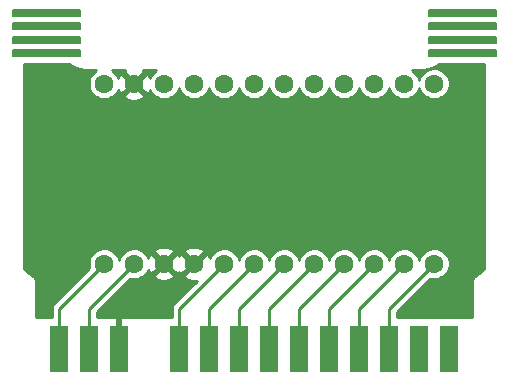
<source format=gbr>
G04 #@! TF.GenerationSoftware,KiCad,Pcbnew,(5.1.9-0-10_14)*
G04 #@! TF.CreationDate,2021-04-12T21:42:41-07:00*
G04 #@! TF.ProjectId,cart,63617274-2e6b-4696-9361-645f70636258,1.0-dev3*
G04 #@! TF.SameCoordinates,Original*
G04 #@! TF.FileFunction,Copper,L1,Top*
G04 #@! TF.FilePolarity,Positive*
%FSLAX46Y46*%
G04 Gerber Fmt 4.6, Leading zero omitted, Abs format (unit mm)*
G04 Created by KiCad (PCBNEW (5.1.9-0-10_14)) date 2021-04-12 21:42:41*
%MOMM*%
%LPD*%
G01*
G04 APERTURE LIST*
G04 #@! TA.AperFunction,NonConductor*
%ADD10C,0.200000*%
G04 #@! TD*
G04 #@! TA.AperFunction,ConnectorPad*
%ADD11R,1.600000X4.000000*%
G04 #@! TD*
G04 #@! TA.AperFunction,ComponentPad*
%ADD12C,1.600000*%
G04 #@! TD*
G04 #@! TA.AperFunction,ViaPad*
%ADD13C,0.600000*%
G04 #@! TD*
G04 #@! TA.AperFunction,Conductor*
%ADD14C,0.508000*%
G04 #@! TD*
G04 #@! TA.AperFunction,Conductor*
%ADD15C,0.254000*%
G04 #@! TD*
G04 #@! TA.AperFunction,Conductor*
%ADD16C,0.100000*%
G04 #@! TD*
G04 APERTURE END LIST*
D10*
G36*
X124968000Y-99532500D02*
G01*
X119316500Y-99532500D01*
X119316500Y-99024500D01*
X124968000Y-99024500D01*
X124968000Y-99532500D01*
G37*
X124968000Y-99532500D02*
X119316500Y-99532500D01*
X119316500Y-99024500D01*
X124968000Y-99024500D01*
X124968000Y-99532500D01*
G36*
X124968000Y-98389500D02*
G01*
X119316500Y-98389500D01*
X119316500Y-97881500D01*
X124968000Y-97881500D01*
X124968000Y-98389500D01*
G37*
X124968000Y-98389500D02*
X119316500Y-98389500D01*
X119316500Y-97881500D01*
X124968000Y-97881500D01*
X124968000Y-98389500D01*
G36*
X124968000Y-100675500D02*
G01*
X119316500Y-100675500D01*
X119316500Y-100167500D01*
X124968000Y-100167500D01*
X124968000Y-100675500D01*
G37*
X124968000Y-100675500D02*
X119316500Y-100675500D01*
X119316500Y-100167500D01*
X124968000Y-100167500D01*
X124968000Y-100675500D01*
G36*
X124968000Y-101818500D02*
G01*
X119316500Y-101818500D01*
X119316500Y-101310500D01*
X124968000Y-101310500D01*
X124968000Y-101818500D01*
G37*
X124968000Y-101818500D02*
X119316500Y-101818500D01*
X119316500Y-101310500D01*
X124968000Y-101310500D01*
X124968000Y-101818500D01*
G36*
X160147000Y-101818500D02*
G01*
X154495500Y-101818500D01*
X154495500Y-101310500D01*
X160147000Y-101310500D01*
X160147000Y-101818500D01*
G37*
X160147000Y-101818500D02*
X154495500Y-101818500D01*
X154495500Y-101310500D01*
X160147000Y-101310500D01*
X160147000Y-101818500D01*
G36*
X160147000Y-100675500D02*
G01*
X154495500Y-100675500D01*
X154495500Y-100167500D01*
X160147000Y-100167500D01*
X160147000Y-100675500D01*
G37*
X160147000Y-100675500D02*
X154495500Y-100675500D01*
X154495500Y-100167500D01*
X160147000Y-100167500D01*
X160147000Y-100675500D01*
G36*
X160147000Y-98389500D02*
G01*
X154495500Y-98389500D01*
X154495500Y-97881500D01*
X160147000Y-97881500D01*
X160147000Y-98389500D01*
G37*
X160147000Y-98389500D02*
X154495500Y-98389500D01*
X154495500Y-97881500D01*
X160147000Y-97881500D01*
X160147000Y-98389500D01*
G36*
X160147000Y-99532500D02*
G01*
X154495500Y-99532500D01*
X154495500Y-99024500D01*
X160147000Y-99024500D01*
X160147000Y-99532500D01*
G37*
X160147000Y-99532500D02*
X154495500Y-99532500D01*
X154495500Y-99024500D01*
X160147000Y-99024500D01*
X160147000Y-99532500D01*
D11*
X125730000Y-126619000D03*
X123190000Y-126619000D03*
X128270000Y-126619000D03*
X133350000Y-126619000D03*
X135890000Y-126619000D03*
X138430000Y-126619000D03*
X140970000Y-126619000D03*
X143510000Y-126619000D03*
X146050000Y-126619000D03*
X148590000Y-126619000D03*
X151130000Y-126619000D03*
X153670000Y-126619000D03*
X156210000Y-126619000D03*
D12*
X127000000Y-104140000D03*
X129540000Y-104140000D03*
X132080000Y-104140000D03*
X134620000Y-104140000D03*
X137160000Y-104140000D03*
X139700000Y-104140000D03*
X142240000Y-104140000D03*
X144780000Y-104140000D03*
X147320000Y-104140000D03*
X149860000Y-104140000D03*
X152400000Y-104140000D03*
X154940000Y-104140000D03*
X154940000Y-119380000D03*
X152400000Y-119380000D03*
X149860000Y-119380000D03*
X147320000Y-119380000D03*
X144780000Y-119380000D03*
X142240000Y-119380000D03*
X139700000Y-119380000D03*
X137160000Y-119380000D03*
X134620000Y-119380000D03*
X132080000Y-119380000D03*
X129540000Y-119380000D03*
X127000000Y-119380000D03*
D13*
X134620000Y-111760000D03*
X137160000Y-111760000D03*
X139700000Y-111760000D03*
X142240000Y-111760000D03*
X144780000Y-111760000D03*
X147320000Y-111760000D03*
X149860000Y-111760000D03*
X152400000Y-111760000D03*
X154940000Y-111760000D03*
X158115000Y-117475000D03*
X125095000Y-111760000D03*
D14*
X128270000Y-126619000D02*
X128270000Y-123190000D01*
D15*
X125730000Y-123190000D02*
X125730000Y-126619000D01*
X129540000Y-119380000D02*
X125730000Y-123190000D01*
X123190000Y-123190000D02*
X123190000Y-126619000D01*
X127000000Y-119380000D02*
X123190000Y-123190000D01*
X133350000Y-123190000D02*
X133350000Y-126619000D01*
X137160000Y-119380000D02*
X133350000Y-123190000D01*
X135890000Y-123190000D02*
X135890000Y-126619000D01*
X139700000Y-119380000D02*
X135890000Y-123190000D01*
X138430000Y-123190000D02*
X138430000Y-126619000D01*
X142240000Y-119380000D02*
X138430000Y-123190000D01*
X140970000Y-123190000D02*
X140970000Y-126619000D01*
X144780000Y-119380000D02*
X140970000Y-123190000D01*
X143510000Y-123190000D02*
X143510000Y-126619000D01*
X147320000Y-119380000D02*
X143510000Y-123190000D01*
X146050000Y-123190000D02*
X146050000Y-126619000D01*
X149860000Y-119380000D02*
X146050000Y-123190000D01*
X148590000Y-123190000D02*
X148590000Y-126619000D01*
X152400000Y-119380000D02*
X148590000Y-123190000D01*
X151130000Y-123190000D02*
X151130000Y-126619000D01*
X154940000Y-119380000D02*
X151130000Y-123190000D01*
X123940111Y-102436786D02*
X123985996Y-102467272D01*
X124031479Y-102498415D01*
X124038946Y-102502452D01*
X124476642Y-102735179D01*
X124527574Y-102756172D01*
X124578240Y-102777887D01*
X124586346Y-102780396D01*
X124586352Y-102780398D01*
X125060914Y-102923676D01*
X125114973Y-102934380D01*
X125168872Y-102945837D01*
X125177305Y-102946723D01*
X125177315Y-102946725D01*
X125177324Y-102946725D01*
X125670670Y-102995098D01*
X125670674Y-102995098D01*
X125700139Y-102998000D01*
X126354786Y-102998000D01*
X126166199Y-103124010D01*
X125984010Y-103306199D01*
X125840865Y-103520430D01*
X125742266Y-103758470D01*
X125692000Y-104011173D01*
X125692000Y-104268827D01*
X125742266Y-104521530D01*
X125840865Y-104759570D01*
X125984010Y-104973801D01*
X126166199Y-105155990D01*
X126380430Y-105299135D01*
X126618470Y-105397734D01*
X126871173Y-105448000D01*
X127128827Y-105448000D01*
X127381530Y-105397734D01*
X127619570Y-105299135D01*
X127833801Y-105155990D01*
X127857089Y-105132702D01*
X128726903Y-105132702D01*
X128798486Y-105376671D01*
X129053996Y-105497571D01*
X129328184Y-105566300D01*
X129610512Y-105580217D01*
X129890130Y-105538787D01*
X130156292Y-105443603D01*
X130281514Y-105376671D01*
X130353097Y-105132702D01*
X129540000Y-104319605D01*
X128726903Y-105132702D01*
X127857089Y-105132702D01*
X128015990Y-104973801D01*
X128159135Y-104759570D01*
X128201228Y-104657949D01*
X128236397Y-104756292D01*
X128303329Y-104881514D01*
X128547298Y-104953097D01*
X129360395Y-104140000D01*
X128547298Y-103326903D01*
X128303329Y-103398486D01*
X128199508Y-103617900D01*
X128159135Y-103520430D01*
X128015990Y-103306199D01*
X127833801Y-103124010D01*
X127645214Y-102998000D01*
X128770709Y-102998000D01*
X128726903Y-103147298D01*
X129540000Y-103960395D01*
X130353097Y-103147298D01*
X130309291Y-102998000D01*
X131434786Y-102998000D01*
X131246199Y-103124010D01*
X131064010Y-103306199D01*
X130920865Y-103520430D01*
X130878772Y-103622051D01*
X130843603Y-103523708D01*
X130776671Y-103398486D01*
X130532702Y-103326903D01*
X129719605Y-104140000D01*
X130532702Y-104953097D01*
X130776671Y-104881514D01*
X130880492Y-104662100D01*
X130920865Y-104759570D01*
X131064010Y-104973801D01*
X131246199Y-105155990D01*
X131460430Y-105299135D01*
X131698470Y-105397734D01*
X131951173Y-105448000D01*
X132208827Y-105448000D01*
X132461530Y-105397734D01*
X132699570Y-105299135D01*
X132913801Y-105155990D01*
X133095990Y-104973801D01*
X133239135Y-104759570D01*
X133337734Y-104521530D01*
X133350000Y-104459865D01*
X133362266Y-104521530D01*
X133460865Y-104759570D01*
X133604010Y-104973801D01*
X133786199Y-105155990D01*
X134000430Y-105299135D01*
X134238470Y-105397734D01*
X134491173Y-105448000D01*
X134748827Y-105448000D01*
X135001530Y-105397734D01*
X135239570Y-105299135D01*
X135453801Y-105155990D01*
X135635990Y-104973801D01*
X135779135Y-104759570D01*
X135877734Y-104521530D01*
X135890000Y-104459865D01*
X135902266Y-104521530D01*
X136000865Y-104759570D01*
X136144010Y-104973801D01*
X136326199Y-105155990D01*
X136540430Y-105299135D01*
X136778470Y-105397734D01*
X137031173Y-105448000D01*
X137288827Y-105448000D01*
X137541530Y-105397734D01*
X137779570Y-105299135D01*
X137993801Y-105155990D01*
X138175990Y-104973801D01*
X138319135Y-104759570D01*
X138417734Y-104521530D01*
X138430000Y-104459865D01*
X138442266Y-104521530D01*
X138540865Y-104759570D01*
X138684010Y-104973801D01*
X138866199Y-105155990D01*
X139080430Y-105299135D01*
X139318470Y-105397734D01*
X139571173Y-105448000D01*
X139828827Y-105448000D01*
X140081530Y-105397734D01*
X140319570Y-105299135D01*
X140533801Y-105155990D01*
X140715990Y-104973801D01*
X140859135Y-104759570D01*
X140957734Y-104521530D01*
X140970000Y-104459865D01*
X140982266Y-104521530D01*
X141080865Y-104759570D01*
X141224010Y-104973801D01*
X141406199Y-105155990D01*
X141620430Y-105299135D01*
X141858470Y-105397734D01*
X142111173Y-105448000D01*
X142368827Y-105448000D01*
X142621530Y-105397734D01*
X142859570Y-105299135D01*
X143073801Y-105155990D01*
X143255990Y-104973801D01*
X143399135Y-104759570D01*
X143497734Y-104521530D01*
X143510000Y-104459865D01*
X143522266Y-104521530D01*
X143620865Y-104759570D01*
X143764010Y-104973801D01*
X143946199Y-105155990D01*
X144160430Y-105299135D01*
X144398470Y-105397734D01*
X144651173Y-105448000D01*
X144908827Y-105448000D01*
X145161530Y-105397734D01*
X145399570Y-105299135D01*
X145613801Y-105155990D01*
X145795990Y-104973801D01*
X145939135Y-104759570D01*
X146037734Y-104521530D01*
X146050000Y-104459865D01*
X146062266Y-104521530D01*
X146160865Y-104759570D01*
X146304010Y-104973801D01*
X146486199Y-105155990D01*
X146700430Y-105299135D01*
X146938470Y-105397734D01*
X147191173Y-105448000D01*
X147448827Y-105448000D01*
X147701530Y-105397734D01*
X147939570Y-105299135D01*
X148153801Y-105155990D01*
X148335990Y-104973801D01*
X148479135Y-104759570D01*
X148577734Y-104521530D01*
X148590000Y-104459865D01*
X148602266Y-104521530D01*
X148700865Y-104759570D01*
X148844010Y-104973801D01*
X149026199Y-105155990D01*
X149240430Y-105299135D01*
X149478470Y-105397734D01*
X149731173Y-105448000D01*
X149988827Y-105448000D01*
X150241530Y-105397734D01*
X150479570Y-105299135D01*
X150693801Y-105155990D01*
X150875990Y-104973801D01*
X151019135Y-104759570D01*
X151117734Y-104521530D01*
X151130000Y-104459865D01*
X151142266Y-104521530D01*
X151240865Y-104759570D01*
X151384010Y-104973801D01*
X151566199Y-105155990D01*
X151780430Y-105299135D01*
X152018470Y-105397734D01*
X152271173Y-105448000D01*
X152528827Y-105448000D01*
X152781530Y-105397734D01*
X153019570Y-105299135D01*
X153233801Y-105155990D01*
X153415990Y-104973801D01*
X153559135Y-104759570D01*
X153657734Y-104521530D01*
X153670000Y-104459865D01*
X153682266Y-104521530D01*
X153780865Y-104759570D01*
X153924010Y-104973801D01*
X154106199Y-105155990D01*
X154320430Y-105299135D01*
X154558470Y-105397734D01*
X154811173Y-105448000D01*
X155068827Y-105448000D01*
X155321530Y-105397734D01*
X155559570Y-105299135D01*
X155773801Y-105155990D01*
X155955990Y-104973801D01*
X156099135Y-104759570D01*
X156197734Y-104521530D01*
X156248000Y-104268827D01*
X156248000Y-104011173D01*
X156197734Y-103758470D01*
X156099135Y-103520430D01*
X155955990Y-103306199D01*
X155773801Y-103124010D01*
X155559570Y-102980865D01*
X155321530Y-102882266D01*
X155068827Y-102832000D01*
X154811173Y-102832000D01*
X154558470Y-102882266D01*
X154320430Y-102980865D01*
X154106199Y-103124010D01*
X153924010Y-103306199D01*
X153780865Y-103520430D01*
X153682266Y-103758470D01*
X153670000Y-103820135D01*
X153657734Y-103758470D01*
X153559135Y-103520430D01*
X153415990Y-103306199D01*
X153233801Y-103124010D01*
X153045214Y-102998000D01*
X153699861Y-102998000D01*
X153701982Y-102997791D01*
X153709716Y-102997737D01*
X153737175Y-102994851D01*
X153764794Y-102994851D01*
X153773236Y-102993963D01*
X154265868Y-102938706D01*
X154319771Y-102927248D01*
X154373828Y-102916545D01*
X154381937Y-102914035D01*
X154854453Y-102764144D01*
X154905119Y-102742429D01*
X154956051Y-102721436D01*
X154963514Y-102717401D01*
X154963518Y-102717399D01*
X154963521Y-102717397D01*
X155397923Y-102478582D01*
X155443380Y-102447457D01*
X155474923Y-102426500D01*
X159142000Y-102426500D01*
X159142001Y-119840896D01*
X158420334Y-120390807D01*
X158410579Y-120396021D01*
X158372756Y-120427062D01*
X158357746Y-120438499D01*
X158349713Y-120445972D01*
X158317999Y-120471999D01*
X158305935Y-120486699D01*
X158292027Y-120499638D01*
X158268040Y-120532875D01*
X158242021Y-120564580D01*
X158233060Y-120581344D01*
X158221940Y-120596753D01*
X158204895Y-120634038D01*
X158185564Y-120670204D01*
X158180046Y-120688393D01*
X158172145Y-120705677D01*
X158162701Y-120745575D01*
X158150798Y-120784812D01*
X158148935Y-120803726D01*
X158144557Y-120822221D01*
X158143078Y-120863199D01*
X158142000Y-120874140D01*
X158142000Y-120893046D01*
X158140236Y-120941907D01*
X158142000Y-120952819D01*
X158142000Y-123888500D01*
X151765000Y-123888500D01*
X151765000Y-123453024D01*
X154576671Y-120641354D01*
X154811173Y-120688000D01*
X155068827Y-120688000D01*
X155321530Y-120637734D01*
X155559570Y-120539135D01*
X155773801Y-120395990D01*
X155955990Y-120213801D01*
X156099135Y-119999570D01*
X156197734Y-119761530D01*
X156248000Y-119508827D01*
X156248000Y-119251173D01*
X156197734Y-118998470D01*
X156099135Y-118760430D01*
X155955990Y-118546199D01*
X155773801Y-118364010D01*
X155559570Y-118220865D01*
X155321530Y-118122266D01*
X155068827Y-118072000D01*
X154811173Y-118072000D01*
X154558470Y-118122266D01*
X154320430Y-118220865D01*
X154106199Y-118364010D01*
X153924010Y-118546199D01*
X153780865Y-118760430D01*
X153682266Y-118998470D01*
X153670000Y-119060135D01*
X153657734Y-118998470D01*
X153559135Y-118760430D01*
X153415990Y-118546199D01*
X153233801Y-118364010D01*
X153019570Y-118220865D01*
X152781530Y-118122266D01*
X152528827Y-118072000D01*
X152271173Y-118072000D01*
X152018470Y-118122266D01*
X151780430Y-118220865D01*
X151566199Y-118364010D01*
X151384010Y-118546199D01*
X151240865Y-118760430D01*
X151142266Y-118998470D01*
X151130000Y-119060135D01*
X151117734Y-118998470D01*
X151019135Y-118760430D01*
X150875990Y-118546199D01*
X150693801Y-118364010D01*
X150479570Y-118220865D01*
X150241530Y-118122266D01*
X149988827Y-118072000D01*
X149731173Y-118072000D01*
X149478470Y-118122266D01*
X149240430Y-118220865D01*
X149026199Y-118364010D01*
X148844010Y-118546199D01*
X148700865Y-118760430D01*
X148602266Y-118998470D01*
X148590000Y-119060135D01*
X148577734Y-118998470D01*
X148479135Y-118760430D01*
X148335990Y-118546199D01*
X148153801Y-118364010D01*
X147939570Y-118220865D01*
X147701530Y-118122266D01*
X147448827Y-118072000D01*
X147191173Y-118072000D01*
X146938470Y-118122266D01*
X146700430Y-118220865D01*
X146486199Y-118364010D01*
X146304010Y-118546199D01*
X146160865Y-118760430D01*
X146062266Y-118998470D01*
X146050000Y-119060135D01*
X146037734Y-118998470D01*
X145939135Y-118760430D01*
X145795990Y-118546199D01*
X145613801Y-118364010D01*
X145399570Y-118220865D01*
X145161530Y-118122266D01*
X144908827Y-118072000D01*
X144651173Y-118072000D01*
X144398470Y-118122266D01*
X144160430Y-118220865D01*
X143946199Y-118364010D01*
X143764010Y-118546199D01*
X143620865Y-118760430D01*
X143522266Y-118998470D01*
X143510000Y-119060135D01*
X143497734Y-118998470D01*
X143399135Y-118760430D01*
X143255990Y-118546199D01*
X143073801Y-118364010D01*
X142859570Y-118220865D01*
X142621530Y-118122266D01*
X142368827Y-118072000D01*
X142111173Y-118072000D01*
X141858470Y-118122266D01*
X141620430Y-118220865D01*
X141406199Y-118364010D01*
X141224010Y-118546199D01*
X141080865Y-118760430D01*
X140982266Y-118998470D01*
X140970000Y-119060135D01*
X140957734Y-118998470D01*
X140859135Y-118760430D01*
X140715990Y-118546199D01*
X140533801Y-118364010D01*
X140319570Y-118220865D01*
X140081530Y-118122266D01*
X139828827Y-118072000D01*
X139571173Y-118072000D01*
X139318470Y-118122266D01*
X139080430Y-118220865D01*
X138866199Y-118364010D01*
X138684010Y-118546199D01*
X138540865Y-118760430D01*
X138442266Y-118998470D01*
X138430000Y-119060135D01*
X138417734Y-118998470D01*
X138319135Y-118760430D01*
X138175990Y-118546199D01*
X137993801Y-118364010D01*
X137779570Y-118220865D01*
X137541530Y-118122266D01*
X137288827Y-118072000D01*
X137031173Y-118072000D01*
X136778470Y-118122266D01*
X136540430Y-118220865D01*
X136326199Y-118364010D01*
X136144010Y-118546199D01*
X136000865Y-118760430D01*
X135958772Y-118862051D01*
X135923603Y-118763708D01*
X135856671Y-118638486D01*
X135612702Y-118566903D01*
X134799605Y-119380000D01*
X134813748Y-119394143D01*
X134634143Y-119573748D01*
X134620000Y-119559605D01*
X133806903Y-120372702D01*
X133878486Y-120616671D01*
X134133996Y-120737571D01*
X134408184Y-120806300D01*
X134690512Y-120820217D01*
X134844587Y-120797388D01*
X132923050Y-122718926D01*
X132898815Y-122738815D01*
X132819463Y-122835507D01*
X132760498Y-122945821D01*
X132724188Y-123065519D01*
X132715000Y-123158809D01*
X132715000Y-123158819D01*
X132711929Y-123190000D01*
X132715000Y-123221181D01*
X132715000Y-123888500D01*
X126365000Y-123888500D01*
X126365000Y-123453024D01*
X129176671Y-120641354D01*
X129411173Y-120688000D01*
X129668827Y-120688000D01*
X129921530Y-120637734D01*
X130159570Y-120539135D01*
X130373801Y-120395990D01*
X130397089Y-120372702D01*
X131266903Y-120372702D01*
X131338486Y-120616671D01*
X131593996Y-120737571D01*
X131868184Y-120806300D01*
X132150512Y-120820217D01*
X132430130Y-120778787D01*
X132696292Y-120683603D01*
X132821514Y-120616671D01*
X132893097Y-120372702D01*
X132080000Y-119559605D01*
X131266903Y-120372702D01*
X130397089Y-120372702D01*
X130555990Y-120213801D01*
X130699135Y-119999570D01*
X130741228Y-119897949D01*
X130776397Y-119996292D01*
X130843329Y-120121514D01*
X131087298Y-120193097D01*
X131900395Y-119380000D01*
X132259605Y-119380000D01*
X133072702Y-120193097D01*
X133316671Y-120121514D01*
X133347971Y-120055364D01*
X133383329Y-120121514D01*
X133627298Y-120193097D01*
X134440395Y-119380000D01*
X133627298Y-118566903D01*
X133383329Y-118638486D01*
X133352029Y-118704636D01*
X133316671Y-118638486D01*
X133072702Y-118566903D01*
X132259605Y-119380000D01*
X131900395Y-119380000D01*
X131087298Y-118566903D01*
X130843329Y-118638486D01*
X130739508Y-118857900D01*
X130699135Y-118760430D01*
X130555990Y-118546199D01*
X130397089Y-118387298D01*
X131266903Y-118387298D01*
X132080000Y-119200395D01*
X132893097Y-118387298D01*
X133806903Y-118387298D01*
X134620000Y-119200395D01*
X135433097Y-118387298D01*
X135361514Y-118143329D01*
X135106004Y-118022429D01*
X134831816Y-117953700D01*
X134549488Y-117939783D01*
X134269870Y-117981213D01*
X134003708Y-118076397D01*
X133878486Y-118143329D01*
X133806903Y-118387298D01*
X132893097Y-118387298D01*
X132821514Y-118143329D01*
X132566004Y-118022429D01*
X132291816Y-117953700D01*
X132009488Y-117939783D01*
X131729870Y-117981213D01*
X131463708Y-118076397D01*
X131338486Y-118143329D01*
X131266903Y-118387298D01*
X130397089Y-118387298D01*
X130373801Y-118364010D01*
X130159570Y-118220865D01*
X129921530Y-118122266D01*
X129668827Y-118072000D01*
X129411173Y-118072000D01*
X129158470Y-118122266D01*
X128920430Y-118220865D01*
X128706199Y-118364010D01*
X128524010Y-118546199D01*
X128380865Y-118760430D01*
X128282266Y-118998470D01*
X128270000Y-119060135D01*
X128257734Y-118998470D01*
X128159135Y-118760430D01*
X128015990Y-118546199D01*
X127833801Y-118364010D01*
X127619570Y-118220865D01*
X127381530Y-118122266D01*
X127128827Y-118072000D01*
X126871173Y-118072000D01*
X126618470Y-118122266D01*
X126380430Y-118220865D01*
X126166199Y-118364010D01*
X125984010Y-118546199D01*
X125840865Y-118760430D01*
X125742266Y-118998470D01*
X125692000Y-119251173D01*
X125692000Y-119508827D01*
X125738646Y-119743329D01*
X122763050Y-122718926D01*
X122738815Y-122738815D01*
X122659463Y-122835507D01*
X122600498Y-122945821D01*
X122564188Y-123065519D01*
X122555000Y-123158809D01*
X122555000Y-123158819D01*
X122551929Y-123190000D01*
X122555000Y-123221181D01*
X122555000Y-123888500D01*
X121258000Y-123888500D01*
X121258000Y-120949819D01*
X121259764Y-120938907D01*
X121258000Y-120890046D01*
X121258000Y-120871139D01*
X121256922Y-120860198D01*
X121255443Y-120819220D01*
X121251065Y-120800725D01*
X121249202Y-120781811D01*
X121237299Y-120742574D01*
X121227855Y-120702676D01*
X121219954Y-120685392D01*
X121214436Y-120667203D01*
X121195105Y-120631037D01*
X121178060Y-120593752D01*
X121166940Y-120578343D01*
X121157979Y-120561579D01*
X121131962Y-120529877D01*
X121107973Y-120496637D01*
X121094062Y-120483695D01*
X121082001Y-120468999D01*
X121050298Y-120442982D01*
X121042254Y-120435498D01*
X121027219Y-120424042D01*
X120989420Y-120393021D01*
X120979672Y-120387811D01*
X120258000Y-119837897D01*
X120258000Y-102426500D01*
X123927499Y-102426500D01*
X123940111Y-102436786D01*
G04 #@! TA.AperFunction,Conductor*
D16*
G36*
X123940111Y-102436786D02*
G01*
X123985996Y-102467272D01*
X124031479Y-102498415D01*
X124038946Y-102502452D01*
X124476642Y-102735179D01*
X124527574Y-102756172D01*
X124578240Y-102777887D01*
X124586346Y-102780396D01*
X124586352Y-102780398D01*
X125060914Y-102923676D01*
X125114973Y-102934380D01*
X125168872Y-102945837D01*
X125177305Y-102946723D01*
X125177315Y-102946725D01*
X125177324Y-102946725D01*
X125670670Y-102995098D01*
X125670674Y-102995098D01*
X125700139Y-102998000D01*
X126354786Y-102998000D01*
X126166199Y-103124010D01*
X125984010Y-103306199D01*
X125840865Y-103520430D01*
X125742266Y-103758470D01*
X125692000Y-104011173D01*
X125692000Y-104268827D01*
X125742266Y-104521530D01*
X125840865Y-104759570D01*
X125984010Y-104973801D01*
X126166199Y-105155990D01*
X126380430Y-105299135D01*
X126618470Y-105397734D01*
X126871173Y-105448000D01*
X127128827Y-105448000D01*
X127381530Y-105397734D01*
X127619570Y-105299135D01*
X127833801Y-105155990D01*
X127857089Y-105132702D01*
X128726903Y-105132702D01*
X128798486Y-105376671D01*
X129053996Y-105497571D01*
X129328184Y-105566300D01*
X129610512Y-105580217D01*
X129890130Y-105538787D01*
X130156292Y-105443603D01*
X130281514Y-105376671D01*
X130353097Y-105132702D01*
X129540000Y-104319605D01*
X128726903Y-105132702D01*
X127857089Y-105132702D01*
X128015990Y-104973801D01*
X128159135Y-104759570D01*
X128201228Y-104657949D01*
X128236397Y-104756292D01*
X128303329Y-104881514D01*
X128547298Y-104953097D01*
X129360395Y-104140000D01*
X128547298Y-103326903D01*
X128303329Y-103398486D01*
X128199508Y-103617900D01*
X128159135Y-103520430D01*
X128015990Y-103306199D01*
X127833801Y-103124010D01*
X127645214Y-102998000D01*
X128770709Y-102998000D01*
X128726903Y-103147298D01*
X129540000Y-103960395D01*
X130353097Y-103147298D01*
X130309291Y-102998000D01*
X131434786Y-102998000D01*
X131246199Y-103124010D01*
X131064010Y-103306199D01*
X130920865Y-103520430D01*
X130878772Y-103622051D01*
X130843603Y-103523708D01*
X130776671Y-103398486D01*
X130532702Y-103326903D01*
X129719605Y-104140000D01*
X130532702Y-104953097D01*
X130776671Y-104881514D01*
X130880492Y-104662100D01*
X130920865Y-104759570D01*
X131064010Y-104973801D01*
X131246199Y-105155990D01*
X131460430Y-105299135D01*
X131698470Y-105397734D01*
X131951173Y-105448000D01*
X132208827Y-105448000D01*
X132461530Y-105397734D01*
X132699570Y-105299135D01*
X132913801Y-105155990D01*
X133095990Y-104973801D01*
X133239135Y-104759570D01*
X133337734Y-104521530D01*
X133350000Y-104459865D01*
X133362266Y-104521530D01*
X133460865Y-104759570D01*
X133604010Y-104973801D01*
X133786199Y-105155990D01*
X134000430Y-105299135D01*
X134238470Y-105397734D01*
X134491173Y-105448000D01*
X134748827Y-105448000D01*
X135001530Y-105397734D01*
X135239570Y-105299135D01*
X135453801Y-105155990D01*
X135635990Y-104973801D01*
X135779135Y-104759570D01*
X135877734Y-104521530D01*
X135890000Y-104459865D01*
X135902266Y-104521530D01*
X136000865Y-104759570D01*
X136144010Y-104973801D01*
X136326199Y-105155990D01*
X136540430Y-105299135D01*
X136778470Y-105397734D01*
X137031173Y-105448000D01*
X137288827Y-105448000D01*
X137541530Y-105397734D01*
X137779570Y-105299135D01*
X137993801Y-105155990D01*
X138175990Y-104973801D01*
X138319135Y-104759570D01*
X138417734Y-104521530D01*
X138430000Y-104459865D01*
X138442266Y-104521530D01*
X138540865Y-104759570D01*
X138684010Y-104973801D01*
X138866199Y-105155990D01*
X139080430Y-105299135D01*
X139318470Y-105397734D01*
X139571173Y-105448000D01*
X139828827Y-105448000D01*
X140081530Y-105397734D01*
X140319570Y-105299135D01*
X140533801Y-105155990D01*
X140715990Y-104973801D01*
X140859135Y-104759570D01*
X140957734Y-104521530D01*
X140970000Y-104459865D01*
X140982266Y-104521530D01*
X141080865Y-104759570D01*
X141224010Y-104973801D01*
X141406199Y-105155990D01*
X141620430Y-105299135D01*
X141858470Y-105397734D01*
X142111173Y-105448000D01*
X142368827Y-105448000D01*
X142621530Y-105397734D01*
X142859570Y-105299135D01*
X143073801Y-105155990D01*
X143255990Y-104973801D01*
X143399135Y-104759570D01*
X143497734Y-104521530D01*
X143510000Y-104459865D01*
X143522266Y-104521530D01*
X143620865Y-104759570D01*
X143764010Y-104973801D01*
X143946199Y-105155990D01*
X144160430Y-105299135D01*
X144398470Y-105397734D01*
X144651173Y-105448000D01*
X144908827Y-105448000D01*
X145161530Y-105397734D01*
X145399570Y-105299135D01*
X145613801Y-105155990D01*
X145795990Y-104973801D01*
X145939135Y-104759570D01*
X146037734Y-104521530D01*
X146050000Y-104459865D01*
X146062266Y-104521530D01*
X146160865Y-104759570D01*
X146304010Y-104973801D01*
X146486199Y-105155990D01*
X146700430Y-105299135D01*
X146938470Y-105397734D01*
X147191173Y-105448000D01*
X147448827Y-105448000D01*
X147701530Y-105397734D01*
X147939570Y-105299135D01*
X148153801Y-105155990D01*
X148335990Y-104973801D01*
X148479135Y-104759570D01*
X148577734Y-104521530D01*
X148590000Y-104459865D01*
X148602266Y-104521530D01*
X148700865Y-104759570D01*
X148844010Y-104973801D01*
X149026199Y-105155990D01*
X149240430Y-105299135D01*
X149478470Y-105397734D01*
X149731173Y-105448000D01*
X149988827Y-105448000D01*
X150241530Y-105397734D01*
X150479570Y-105299135D01*
X150693801Y-105155990D01*
X150875990Y-104973801D01*
X151019135Y-104759570D01*
X151117734Y-104521530D01*
X151130000Y-104459865D01*
X151142266Y-104521530D01*
X151240865Y-104759570D01*
X151384010Y-104973801D01*
X151566199Y-105155990D01*
X151780430Y-105299135D01*
X152018470Y-105397734D01*
X152271173Y-105448000D01*
X152528827Y-105448000D01*
X152781530Y-105397734D01*
X153019570Y-105299135D01*
X153233801Y-105155990D01*
X153415990Y-104973801D01*
X153559135Y-104759570D01*
X153657734Y-104521530D01*
X153670000Y-104459865D01*
X153682266Y-104521530D01*
X153780865Y-104759570D01*
X153924010Y-104973801D01*
X154106199Y-105155990D01*
X154320430Y-105299135D01*
X154558470Y-105397734D01*
X154811173Y-105448000D01*
X155068827Y-105448000D01*
X155321530Y-105397734D01*
X155559570Y-105299135D01*
X155773801Y-105155990D01*
X155955990Y-104973801D01*
X156099135Y-104759570D01*
X156197734Y-104521530D01*
X156248000Y-104268827D01*
X156248000Y-104011173D01*
X156197734Y-103758470D01*
X156099135Y-103520430D01*
X155955990Y-103306199D01*
X155773801Y-103124010D01*
X155559570Y-102980865D01*
X155321530Y-102882266D01*
X155068827Y-102832000D01*
X154811173Y-102832000D01*
X154558470Y-102882266D01*
X154320430Y-102980865D01*
X154106199Y-103124010D01*
X153924010Y-103306199D01*
X153780865Y-103520430D01*
X153682266Y-103758470D01*
X153670000Y-103820135D01*
X153657734Y-103758470D01*
X153559135Y-103520430D01*
X153415990Y-103306199D01*
X153233801Y-103124010D01*
X153045214Y-102998000D01*
X153699861Y-102998000D01*
X153701982Y-102997791D01*
X153709716Y-102997737D01*
X153737175Y-102994851D01*
X153764794Y-102994851D01*
X153773236Y-102993963D01*
X154265868Y-102938706D01*
X154319771Y-102927248D01*
X154373828Y-102916545D01*
X154381937Y-102914035D01*
X154854453Y-102764144D01*
X154905119Y-102742429D01*
X154956051Y-102721436D01*
X154963514Y-102717401D01*
X154963518Y-102717399D01*
X154963521Y-102717397D01*
X155397923Y-102478582D01*
X155443380Y-102447457D01*
X155474923Y-102426500D01*
X159142000Y-102426500D01*
X159142001Y-119840896D01*
X158420334Y-120390807D01*
X158410579Y-120396021D01*
X158372756Y-120427062D01*
X158357746Y-120438499D01*
X158349713Y-120445972D01*
X158317999Y-120471999D01*
X158305935Y-120486699D01*
X158292027Y-120499638D01*
X158268040Y-120532875D01*
X158242021Y-120564580D01*
X158233060Y-120581344D01*
X158221940Y-120596753D01*
X158204895Y-120634038D01*
X158185564Y-120670204D01*
X158180046Y-120688393D01*
X158172145Y-120705677D01*
X158162701Y-120745575D01*
X158150798Y-120784812D01*
X158148935Y-120803726D01*
X158144557Y-120822221D01*
X158143078Y-120863199D01*
X158142000Y-120874140D01*
X158142000Y-120893046D01*
X158140236Y-120941907D01*
X158142000Y-120952819D01*
X158142000Y-123888500D01*
X151765000Y-123888500D01*
X151765000Y-123453024D01*
X154576671Y-120641354D01*
X154811173Y-120688000D01*
X155068827Y-120688000D01*
X155321530Y-120637734D01*
X155559570Y-120539135D01*
X155773801Y-120395990D01*
X155955990Y-120213801D01*
X156099135Y-119999570D01*
X156197734Y-119761530D01*
X156248000Y-119508827D01*
X156248000Y-119251173D01*
X156197734Y-118998470D01*
X156099135Y-118760430D01*
X155955990Y-118546199D01*
X155773801Y-118364010D01*
X155559570Y-118220865D01*
X155321530Y-118122266D01*
X155068827Y-118072000D01*
X154811173Y-118072000D01*
X154558470Y-118122266D01*
X154320430Y-118220865D01*
X154106199Y-118364010D01*
X153924010Y-118546199D01*
X153780865Y-118760430D01*
X153682266Y-118998470D01*
X153670000Y-119060135D01*
X153657734Y-118998470D01*
X153559135Y-118760430D01*
X153415990Y-118546199D01*
X153233801Y-118364010D01*
X153019570Y-118220865D01*
X152781530Y-118122266D01*
X152528827Y-118072000D01*
X152271173Y-118072000D01*
X152018470Y-118122266D01*
X151780430Y-118220865D01*
X151566199Y-118364010D01*
X151384010Y-118546199D01*
X151240865Y-118760430D01*
X151142266Y-118998470D01*
X151130000Y-119060135D01*
X151117734Y-118998470D01*
X151019135Y-118760430D01*
X150875990Y-118546199D01*
X150693801Y-118364010D01*
X150479570Y-118220865D01*
X150241530Y-118122266D01*
X149988827Y-118072000D01*
X149731173Y-118072000D01*
X149478470Y-118122266D01*
X149240430Y-118220865D01*
X149026199Y-118364010D01*
X148844010Y-118546199D01*
X148700865Y-118760430D01*
X148602266Y-118998470D01*
X148590000Y-119060135D01*
X148577734Y-118998470D01*
X148479135Y-118760430D01*
X148335990Y-118546199D01*
X148153801Y-118364010D01*
X147939570Y-118220865D01*
X147701530Y-118122266D01*
X147448827Y-118072000D01*
X147191173Y-118072000D01*
X146938470Y-118122266D01*
X146700430Y-118220865D01*
X146486199Y-118364010D01*
X146304010Y-118546199D01*
X146160865Y-118760430D01*
X146062266Y-118998470D01*
X146050000Y-119060135D01*
X146037734Y-118998470D01*
X145939135Y-118760430D01*
X145795990Y-118546199D01*
X145613801Y-118364010D01*
X145399570Y-118220865D01*
X145161530Y-118122266D01*
X144908827Y-118072000D01*
X144651173Y-118072000D01*
X144398470Y-118122266D01*
X144160430Y-118220865D01*
X143946199Y-118364010D01*
X143764010Y-118546199D01*
X143620865Y-118760430D01*
X143522266Y-118998470D01*
X143510000Y-119060135D01*
X143497734Y-118998470D01*
X143399135Y-118760430D01*
X143255990Y-118546199D01*
X143073801Y-118364010D01*
X142859570Y-118220865D01*
X142621530Y-118122266D01*
X142368827Y-118072000D01*
X142111173Y-118072000D01*
X141858470Y-118122266D01*
X141620430Y-118220865D01*
X141406199Y-118364010D01*
X141224010Y-118546199D01*
X141080865Y-118760430D01*
X140982266Y-118998470D01*
X140970000Y-119060135D01*
X140957734Y-118998470D01*
X140859135Y-118760430D01*
X140715990Y-118546199D01*
X140533801Y-118364010D01*
X140319570Y-118220865D01*
X140081530Y-118122266D01*
X139828827Y-118072000D01*
X139571173Y-118072000D01*
X139318470Y-118122266D01*
X139080430Y-118220865D01*
X138866199Y-118364010D01*
X138684010Y-118546199D01*
X138540865Y-118760430D01*
X138442266Y-118998470D01*
X138430000Y-119060135D01*
X138417734Y-118998470D01*
X138319135Y-118760430D01*
X138175990Y-118546199D01*
X137993801Y-118364010D01*
X137779570Y-118220865D01*
X137541530Y-118122266D01*
X137288827Y-118072000D01*
X137031173Y-118072000D01*
X136778470Y-118122266D01*
X136540430Y-118220865D01*
X136326199Y-118364010D01*
X136144010Y-118546199D01*
X136000865Y-118760430D01*
X135958772Y-118862051D01*
X135923603Y-118763708D01*
X135856671Y-118638486D01*
X135612702Y-118566903D01*
X134799605Y-119380000D01*
X134813748Y-119394143D01*
X134634143Y-119573748D01*
X134620000Y-119559605D01*
X133806903Y-120372702D01*
X133878486Y-120616671D01*
X134133996Y-120737571D01*
X134408184Y-120806300D01*
X134690512Y-120820217D01*
X134844587Y-120797388D01*
X132923050Y-122718926D01*
X132898815Y-122738815D01*
X132819463Y-122835507D01*
X132760498Y-122945821D01*
X132724188Y-123065519D01*
X132715000Y-123158809D01*
X132715000Y-123158819D01*
X132711929Y-123190000D01*
X132715000Y-123221181D01*
X132715000Y-123888500D01*
X126365000Y-123888500D01*
X126365000Y-123453024D01*
X129176671Y-120641354D01*
X129411173Y-120688000D01*
X129668827Y-120688000D01*
X129921530Y-120637734D01*
X130159570Y-120539135D01*
X130373801Y-120395990D01*
X130397089Y-120372702D01*
X131266903Y-120372702D01*
X131338486Y-120616671D01*
X131593996Y-120737571D01*
X131868184Y-120806300D01*
X132150512Y-120820217D01*
X132430130Y-120778787D01*
X132696292Y-120683603D01*
X132821514Y-120616671D01*
X132893097Y-120372702D01*
X132080000Y-119559605D01*
X131266903Y-120372702D01*
X130397089Y-120372702D01*
X130555990Y-120213801D01*
X130699135Y-119999570D01*
X130741228Y-119897949D01*
X130776397Y-119996292D01*
X130843329Y-120121514D01*
X131087298Y-120193097D01*
X131900395Y-119380000D01*
X132259605Y-119380000D01*
X133072702Y-120193097D01*
X133316671Y-120121514D01*
X133347971Y-120055364D01*
X133383329Y-120121514D01*
X133627298Y-120193097D01*
X134440395Y-119380000D01*
X133627298Y-118566903D01*
X133383329Y-118638486D01*
X133352029Y-118704636D01*
X133316671Y-118638486D01*
X133072702Y-118566903D01*
X132259605Y-119380000D01*
X131900395Y-119380000D01*
X131087298Y-118566903D01*
X130843329Y-118638486D01*
X130739508Y-118857900D01*
X130699135Y-118760430D01*
X130555990Y-118546199D01*
X130397089Y-118387298D01*
X131266903Y-118387298D01*
X132080000Y-119200395D01*
X132893097Y-118387298D01*
X133806903Y-118387298D01*
X134620000Y-119200395D01*
X135433097Y-118387298D01*
X135361514Y-118143329D01*
X135106004Y-118022429D01*
X134831816Y-117953700D01*
X134549488Y-117939783D01*
X134269870Y-117981213D01*
X134003708Y-118076397D01*
X133878486Y-118143329D01*
X133806903Y-118387298D01*
X132893097Y-118387298D01*
X132821514Y-118143329D01*
X132566004Y-118022429D01*
X132291816Y-117953700D01*
X132009488Y-117939783D01*
X131729870Y-117981213D01*
X131463708Y-118076397D01*
X131338486Y-118143329D01*
X131266903Y-118387298D01*
X130397089Y-118387298D01*
X130373801Y-118364010D01*
X130159570Y-118220865D01*
X129921530Y-118122266D01*
X129668827Y-118072000D01*
X129411173Y-118072000D01*
X129158470Y-118122266D01*
X128920430Y-118220865D01*
X128706199Y-118364010D01*
X128524010Y-118546199D01*
X128380865Y-118760430D01*
X128282266Y-118998470D01*
X128270000Y-119060135D01*
X128257734Y-118998470D01*
X128159135Y-118760430D01*
X128015990Y-118546199D01*
X127833801Y-118364010D01*
X127619570Y-118220865D01*
X127381530Y-118122266D01*
X127128827Y-118072000D01*
X126871173Y-118072000D01*
X126618470Y-118122266D01*
X126380430Y-118220865D01*
X126166199Y-118364010D01*
X125984010Y-118546199D01*
X125840865Y-118760430D01*
X125742266Y-118998470D01*
X125692000Y-119251173D01*
X125692000Y-119508827D01*
X125738646Y-119743329D01*
X122763050Y-122718926D01*
X122738815Y-122738815D01*
X122659463Y-122835507D01*
X122600498Y-122945821D01*
X122564188Y-123065519D01*
X122555000Y-123158809D01*
X122555000Y-123158819D01*
X122551929Y-123190000D01*
X122555000Y-123221181D01*
X122555000Y-123888500D01*
X121258000Y-123888500D01*
X121258000Y-120949819D01*
X121259764Y-120938907D01*
X121258000Y-120890046D01*
X121258000Y-120871139D01*
X121256922Y-120860198D01*
X121255443Y-120819220D01*
X121251065Y-120800725D01*
X121249202Y-120781811D01*
X121237299Y-120742574D01*
X121227855Y-120702676D01*
X121219954Y-120685392D01*
X121214436Y-120667203D01*
X121195105Y-120631037D01*
X121178060Y-120593752D01*
X121166940Y-120578343D01*
X121157979Y-120561579D01*
X121131962Y-120529877D01*
X121107973Y-120496637D01*
X121094062Y-120483695D01*
X121082001Y-120468999D01*
X121050298Y-120442982D01*
X121042254Y-120435498D01*
X121027219Y-120424042D01*
X120989420Y-120393021D01*
X120979672Y-120387811D01*
X120258000Y-119837897D01*
X120258000Y-102426500D01*
X123927499Y-102426500D01*
X123940111Y-102436786D01*
G37*
G04 #@! TD.AperFunction*
M02*

</source>
